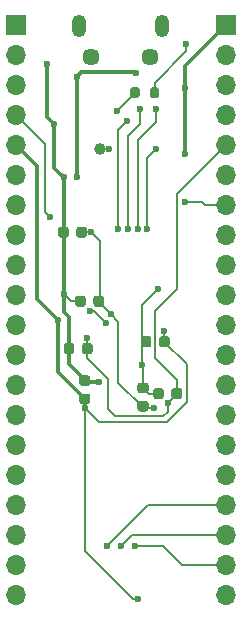
<source format=gbl>
%TF.GenerationSoftware,KiCad,Pcbnew,5.1.9*%
%TF.CreationDate,2021-02-13T19:17:24+03:00*%
%TF.ProjectId,gw1ns2c-board,6777316e-7332-4632-9d62-6f6172642e6b,rev?*%
%TF.SameCoordinates,Original*%
%TF.FileFunction,Copper,L2,Bot*%
%TF.FilePolarity,Positive*%
%FSLAX46Y46*%
G04 Gerber Fmt 4.6, Leading zero omitted, Abs format (unit mm)*
G04 Created by KiCad (PCBNEW 5.1.9) date 2021-02-13 19:17:24*
%MOMM*%
%LPD*%
G01*
G04 APERTURE LIST*
%TA.AperFunction,SMDPad,CuDef*%
%ADD10C,1.000000*%
%TD*%
%TA.AperFunction,ComponentPad*%
%ADD11O,1.700000X1.700000*%
%TD*%
%TA.AperFunction,ComponentPad*%
%ADD12R,1.700000X1.700000*%
%TD*%
%TA.AperFunction,ComponentPad*%
%ADD13O,1.200000X1.900000*%
%TD*%
%TA.AperFunction,ComponentPad*%
%ADD14C,1.450000*%
%TD*%
%TA.AperFunction,ViaPad*%
%ADD15C,0.600000*%
%TD*%
%TA.AperFunction,Conductor*%
%ADD16C,0.300000*%
%TD*%
%TA.AperFunction,Conductor*%
%ADD17C,0.200000*%
%TD*%
G04 APERTURE END LIST*
%TO.P,R13,2*%
%TO.N,Net-(D3-Pad2)*%
%TA.AperFunction,SMDPad,CuDef*%
G36*
G01*
X36747000Y-31390000D02*
X36747000Y-30840000D01*
G75*
G02*
X36947000Y-30640000I200000J0D01*
G01*
X37347000Y-30640000D01*
G75*
G02*
X37547000Y-30840000I0J-200000D01*
G01*
X37547000Y-31390000D01*
G75*
G02*
X37347000Y-31590000I-200000J0D01*
G01*
X36947000Y-31590000D01*
G75*
G02*
X36747000Y-31390000I0J200000D01*
G01*
G37*
%TD.AperFunction*%
%TO.P,R13,1*%
%TO.N,+3V3*%
%TA.AperFunction,SMDPad,CuDef*%
G36*
G01*
X35097000Y-31390000D02*
X35097000Y-30840000D01*
G75*
G02*
X35297000Y-30640000I200000J0D01*
G01*
X35697000Y-30640000D01*
G75*
G02*
X35897000Y-30840000I0J-200000D01*
G01*
X35897000Y-31390000D01*
G75*
G02*
X35697000Y-31590000I-200000J0D01*
G01*
X35297000Y-31590000D01*
G75*
G02*
X35097000Y-31390000I0J200000D01*
G01*
G37*
%TD.AperFunction*%
%TD*%
%TO.P,C12,2*%
%TO.N,GND*%
%TA.AperFunction,SMDPad,CuDef*%
G36*
G01*
X31492000Y-55936000D02*
X30992000Y-55936000D01*
G75*
G02*
X30767000Y-55711000I0J225000D01*
G01*
X30767000Y-55261000D01*
G75*
G02*
X30992000Y-55036000I225000J0D01*
G01*
X31492000Y-55036000D01*
G75*
G02*
X31717000Y-55261000I0J-225000D01*
G01*
X31717000Y-55711000D01*
G75*
G02*
X31492000Y-55936000I-225000J0D01*
G01*
G37*
%TD.AperFunction*%
%TO.P,C12,1*%
%TO.N,+3V3*%
%TA.AperFunction,SMDPad,CuDef*%
G36*
G01*
X31492000Y-57486000D02*
X30992000Y-57486000D01*
G75*
G02*
X30767000Y-57261000I0J225000D01*
G01*
X30767000Y-56811000D01*
G75*
G02*
X30992000Y-56586000I225000J0D01*
G01*
X31492000Y-56586000D01*
G75*
G02*
X31717000Y-56811000I0J-225000D01*
G01*
X31717000Y-57261000D01*
G75*
G02*
X31492000Y-57486000I-225000J0D01*
G01*
G37*
%TD.AperFunction*%
%TD*%
%TO.P,C11,2*%
%TO.N,GND*%
%TA.AperFunction,SMDPad,CuDef*%
G36*
G01*
X36886000Y-51947000D02*
X36886000Y-52447000D01*
G75*
G02*
X36661000Y-52672000I-225000J0D01*
G01*
X36211000Y-52672000D01*
G75*
G02*
X35986000Y-52447000I0J225000D01*
G01*
X35986000Y-51947000D01*
G75*
G02*
X36211000Y-51722000I225000J0D01*
G01*
X36661000Y-51722000D01*
G75*
G02*
X36886000Y-51947000I0J-225000D01*
G01*
G37*
%TD.AperFunction*%
%TO.P,C11,1*%
%TO.N,+3V3*%
%TA.AperFunction,SMDPad,CuDef*%
G36*
G01*
X38436000Y-51947000D02*
X38436000Y-52447000D01*
G75*
G02*
X38211000Y-52672000I-225000J0D01*
G01*
X37761000Y-52672000D01*
G75*
G02*
X37536000Y-52447000I0J225000D01*
G01*
X37536000Y-51947000D01*
G75*
G02*
X37761000Y-51722000I225000J0D01*
G01*
X38211000Y-51722000D01*
G75*
G02*
X38436000Y-51947000I0J-225000D01*
G01*
G37*
%TD.AperFunction*%
%TD*%
D10*
%TO.P,TP1,1*%
%TO.N,/RST*%
X32512000Y-35864800D03*
%TD*%
D11*
%TO.P,J3,20*%
%TO.N,/IO31*%
X43180000Y-73660000D03*
%TO.P,J3,19*%
%TO.N,/IO32*%
X43180000Y-71120000D03*
%TO.P,J3,18*%
%TO.N,/IO33*%
X43180000Y-68580000D03*
%TO.P,J3,17*%
%TO.N,/IO34*%
X43180000Y-66040000D03*
%TO.P,J3,16*%
%TO.N,/IO35*%
X43180000Y-63500000D03*
%TO.P,J3,15*%
%TO.N,/IO38*%
X43180000Y-60960000D03*
%TO.P,J3,14*%
%TO.N,/IO39*%
X43180000Y-58420000D03*
%TO.P,J3,13*%
%TO.N,/IO40*%
X43180000Y-55880000D03*
%TO.P,J3,12*%
%TO.N,/IO41*%
X43180000Y-53340000D03*
%TO.P,J3,11*%
%TO.N,/IO42*%
X43180000Y-50800000D03*
%TO.P,J3,10*%
%TO.N,/IO43*%
X43180000Y-48260000D03*
%TO.P,J3,9*%
%TO.N,/IO44*%
X43180000Y-45720000D03*
%TO.P,J3,8*%
%TO.N,/IO45*%
X43180000Y-43180000D03*
%TO.P,J3,7*%
%TO.N,/IO46*%
X43180000Y-40640000D03*
%TO.P,J3,6*%
%TO.N,/IO47*%
X43180000Y-38100000D03*
%TO.P,J3,5*%
%TO.N,+1V2*%
X43180000Y-35560000D03*
%TO.P,J3,4*%
%TO.N,Net-(J3-Pad4)*%
X43180000Y-33020000D03*
%TO.P,J3,3*%
%TO.N,Net-(J3-Pad3)*%
X43180000Y-30480000D03*
%TO.P,J3,2*%
%TO.N,VBUS*%
X43180000Y-27940000D03*
D12*
%TO.P,J3,1*%
%TO.N,GND*%
X43180000Y-25400000D03*
%TD*%
D11*
%TO.P,J2,20*%
%TO.N,/IO30*%
X25400000Y-73660000D03*
%TO.P,J2,19*%
%TO.N,/IO29*%
X25400000Y-71120000D03*
%TO.P,J2,18*%
%TO.N,/IO28*%
X25400000Y-68580000D03*
%TO.P,J2,17*%
%TO.N,/IO27*%
X25400000Y-66040000D03*
%TO.P,J2,16*%
%TO.N,/IO24*%
X25400000Y-63500000D03*
%TO.P,J2,15*%
%TO.N,/IO23*%
X25400000Y-60960000D03*
%TO.P,J2,14*%
%TO.N,/IO22*%
X25400000Y-58420000D03*
%TO.P,J2,13*%
%TO.N,/IO21*%
X25400000Y-55880000D03*
%TO.P,J2,12*%
%TO.N,/IO20*%
X25400000Y-53340000D03*
%TO.P,J2,11*%
%TO.N,/IO19*%
X25400000Y-50800000D03*
%TO.P,J2,10*%
%TO.N,/IO18*%
X25400000Y-48260000D03*
%TO.P,J2,9*%
%TO.N,/IO17*%
X25400000Y-45720000D03*
%TO.P,J2,8*%
%TO.N,/IO16*%
X25400000Y-43180000D03*
%TO.P,J2,7*%
%TO.N,/IO15*%
X25400000Y-40640000D03*
%TO.P,J2,6*%
%TO.N,/IO14*%
X25400000Y-38100000D03*
%TO.P,J2,5*%
%TO.N,+3V3*%
X25400000Y-35560000D03*
%TO.P,J2,4*%
%TO.N,+1V8*%
X25400000Y-33020000D03*
%TO.P,J2,3*%
%TO.N,Net-(J2-Pad3)*%
X25400000Y-30480000D03*
%TO.P,J2,2*%
%TO.N,Net-(J2-Pad2)*%
X25400000Y-27940000D03*
D12*
%TO.P,J2,1*%
%TO.N,GND*%
X25400000Y-25400000D03*
%TD*%
D13*
%TO.P,J1,6*%
%TO.N,GND*%
X30790000Y-25432500D03*
X37790000Y-25432500D03*
D14*
X31790000Y-28132500D03*
X36790000Y-28132500D03*
%TD*%
%TO.P,C7,2*%
%TO.N,GND*%
%TA.AperFunction,SMDPad,CuDef*%
G36*
G01*
X29875600Y-42676000D02*
X29875600Y-43176000D01*
G75*
G02*
X29650600Y-43401000I-225000J0D01*
G01*
X29200600Y-43401000D01*
G75*
G02*
X28975600Y-43176000I0J225000D01*
G01*
X28975600Y-42676000D01*
G75*
G02*
X29200600Y-42451000I225000J0D01*
G01*
X29650600Y-42451000D01*
G75*
G02*
X29875600Y-42676000I0J-225000D01*
G01*
G37*
%TD.AperFunction*%
%TO.P,C7,1*%
%TO.N,+1V8*%
%TA.AperFunction,SMDPad,CuDef*%
G36*
G01*
X31425600Y-42676000D02*
X31425600Y-43176000D01*
G75*
G02*
X31200600Y-43401000I-225000J0D01*
G01*
X30750600Y-43401000D01*
G75*
G02*
X30525600Y-43176000I0J225000D01*
G01*
X30525600Y-42676000D01*
G75*
G02*
X30750600Y-42451000I225000J0D01*
G01*
X31200600Y-42451000D01*
G75*
G02*
X31425600Y-42676000I0J-225000D01*
G01*
G37*
%TD.AperFunction*%
%TD*%
%TO.P,C4,2*%
%TO.N,GND*%
%TA.AperFunction,SMDPad,CuDef*%
G36*
G01*
X36419600Y-56571000D02*
X35919600Y-56571000D01*
G75*
G02*
X35694600Y-56346000I0J225000D01*
G01*
X35694600Y-55896000D01*
G75*
G02*
X35919600Y-55671000I225000J0D01*
G01*
X36419600Y-55671000D01*
G75*
G02*
X36644600Y-55896000I0J-225000D01*
G01*
X36644600Y-56346000D01*
G75*
G02*
X36419600Y-56571000I-225000J0D01*
G01*
G37*
%TD.AperFunction*%
%TO.P,C4,1*%
%TO.N,+1V8*%
%TA.AperFunction,SMDPad,CuDef*%
G36*
G01*
X36419600Y-58121000D02*
X35919600Y-58121000D01*
G75*
G02*
X35694600Y-57896000I0J225000D01*
G01*
X35694600Y-57446000D01*
G75*
G02*
X35919600Y-57221000I225000J0D01*
G01*
X36419600Y-57221000D01*
G75*
G02*
X36644600Y-57446000I0J-225000D01*
G01*
X36644600Y-57896000D01*
G75*
G02*
X36419600Y-58121000I-225000J0D01*
G01*
G37*
%TD.AperFunction*%
%TD*%
%TO.P,C3,2*%
%TO.N,GND*%
%TA.AperFunction,SMDPad,CuDef*%
G36*
G01*
X31323400Y-48518000D02*
X31323400Y-49018000D01*
G75*
G02*
X31098400Y-49243000I-225000J0D01*
G01*
X30648400Y-49243000D01*
G75*
G02*
X30423400Y-49018000I0J225000D01*
G01*
X30423400Y-48518000D01*
G75*
G02*
X30648400Y-48293000I225000J0D01*
G01*
X31098400Y-48293000D01*
G75*
G02*
X31323400Y-48518000I0J-225000D01*
G01*
G37*
%TD.AperFunction*%
%TO.P,C3,1*%
%TO.N,+1V8*%
%TA.AperFunction,SMDPad,CuDef*%
G36*
G01*
X32873400Y-48518000D02*
X32873400Y-49018000D01*
G75*
G02*
X32648400Y-49243000I-225000J0D01*
G01*
X32198400Y-49243000D01*
G75*
G02*
X31973400Y-49018000I0J225000D01*
G01*
X31973400Y-48518000D01*
G75*
G02*
X32198400Y-48293000I225000J0D01*
G01*
X32648400Y-48293000D01*
G75*
G02*
X32873400Y-48518000I0J-225000D01*
G01*
G37*
%TD.AperFunction*%
%TD*%
%TO.P,C2,2*%
%TO.N,GND*%
%TA.AperFunction,SMDPad,CuDef*%
G36*
G01*
X37927400Y-56341200D02*
X37927400Y-56841200D01*
G75*
G02*
X37702400Y-57066200I-225000J0D01*
G01*
X37252400Y-57066200D01*
G75*
G02*
X37027400Y-56841200I0J225000D01*
G01*
X37027400Y-56341200D01*
G75*
G02*
X37252400Y-56116200I225000J0D01*
G01*
X37702400Y-56116200D01*
G75*
G02*
X37927400Y-56341200I0J-225000D01*
G01*
G37*
%TD.AperFunction*%
%TO.P,C2,1*%
%TO.N,+1V2*%
%TA.AperFunction,SMDPad,CuDef*%
G36*
G01*
X39477400Y-56341200D02*
X39477400Y-56841200D01*
G75*
G02*
X39252400Y-57066200I-225000J0D01*
G01*
X38802400Y-57066200D01*
G75*
G02*
X38577400Y-56841200I0J225000D01*
G01*
X38577400Y-56341200D01*
G75*
G02*
X38802400Y-56116200I225000J0D01*
G01*
X39252400Y-56116200D01*
G75*
G02*
X39477400Y-56341200I0J-225000D01*
G01*
G37*
%TD.AperFunction*%
%TD*%
%TO.P,C1,2*%
%TO.N,GND*%
%TA.AperFunction,SMDPad,CuDef*%
G36*
G01*
X30358200Y-52531200D02*
X30358200Y-53031200D01*
G75*
G02*
X30133200Y-53256200I-225000J0D01*
G01*
X29683200Y-53256200D01*
G75*
G02*
X29458200Y-53031200I0J225000D01*
G01*
X29458200Y-52531200D01*
G75*
G02*
X29683200Y-52306200I225000J0D01*
G01*
X30133200Y-52306200D01*
G75*
G02*
X30358200Y-52531200I0J-225000D01*
G01*
G37*
%TD.AperFunction*%
%TO.P,C1,1*%
%TO.N,+1V2*%
%TA.AperFunction,SMDPad,CuDef*%
G36*
G01*
X31908200Y-52531200D02*
X31908200Y-53031200D01*
G75*
G02*
X31683200Y-53256200I-225000J0D01*
G01*
X31233200Y-53256200D01*
G75*
G02*
X31008200Y-53031200I0J225000D01*
G01*
X31008200Y-52531200D01*
G75*
G02*
X31233200Y-52306200I225000J0D01*
G01*
X31683200Y-52306200D01*
G75*
G02*
X31908200Y-52531200I0J-225000D01*
G01*
G37*
%TD.AperFunction*%
%TD*%
D15*
%TO.N,GND*%
X36118800Y-54152800D03*
X32461200Y-55575200D03*
X28054000Y-28715000D03*
X28638500Y-33782000D03*
X29464000Y-38290500D03*
X39751000Y-36309000D03*
X39751000Y-30734000D03*
X29464000Y-48158400D03*
X37439600Y-47777400D03*
%TO.N,+1V2*%
X38252400Y-57353200D03*
X31441600Y-51914000D03*
%TO.N,+1V8*%
X33477200Y-49885600D03*
X37084000Y-57810400D03*
X31805700Y-42946500D03*
X28295600Y-41630600D03*
%TO.N,VBUS*%
X35585400Y-29413200D03*
X30543500Y-29781500D03*
X30543500Y-38290500D03*
%TO.N,+3V3*%
X28956000Y-50355500D03*
X31242000Y-57810400D03*
X35763200Y-74015600D03*
X37973000Y-51308000D03*
X33972500Y-32639000D03*
%TO.N,/DONE*%
X33070800Y-50596800D03*
X31648400Y-49580800D03*
%TO.N,/JTMS*%
X37236400Y-35915600D03*
X36525200Y-42672000D03*
%TO.N,/JTDI*%
X35915600Y-32512000D03*
X34899600Y-42672000D03*
%TO.N,/JTCK*%
X37236400Y-32512000D03*
X35712400Y-42672000D03*
%TO.N,/JTDO*%
X34086800Y-42672000D03*
X34848800Y-33477200D03*
%TO.N,/IO33*%
X34290000Y-69532500D03*
%TO.N,/IO32*%
X35496500Y-69532500D03*
%TO.N,/IO34*%
X33083500Y-69532500D03*
%TO.N,/IO46*%
X39687500Y-40386000D03*
%TO.N,/RST*%
X33324800Y-35864800D03*
%TO.N,Net-(D3-Pad2)*%
X39814500Y-26987500D03*
%TD*%
D16*
%TO.N,GND*%
X32461200Y-55575200D02*
X31394400Y-55575200D01*
X29870400Y-50088800D02*
X29870400Y-54051200D01*
X29464000Y-49682400D02*
X29870400Y-50088800D01*
X36790000Y-28132500D02*
X36790000Y-28154000D01*
X28054000Y-28715000D02*
X28054000Y-33197500D01*
X28054000Y-33197500D02*
X28638500Y-33782000D01*
X28638500Y-33782000D02*
X28638500Y-37465000D01*
X28638500Y-37465000D02*
X29146500Y-37973000D01*
X29146500Y-37973000D02*
X29464000Y-38290500D01*
X39751000Y-28829000D02*
X43180000Y-25400000D01*
X39751000Y-30734000D02*
X39751000Y-28829000D01*
X39751000Y-36309000D02*
X39751000Y-30734000D01*
X31394400Y-55575200D02*
X31267400Y-55448200D01*
D17*
X31394400Y-55575200D02*
X30988000Y-55168800D01*
D16*
X30988000Y-55168800D02*
X29870400Y-54051200D01*
X31267400Y-55448200D02*
X30988000Y-55168800D01*
X29464000Y-48158400D02*
X29464000Y-49682400D01*
D17*
X30073600Y-48768000D02*
X29464000Y-48158400D01*
X30873400Y-48768000D02*
X30073600Y-48768000D01*
X36169600Y-54203600D02*
X36118800Y-54152800D01*
X36169600Y-56121000D02*
X36169600Y-54203600D01*
X36639800Y-56591200D02*
X36169600Y-56121000D01*
X37477400Y-56591200D02*
X36639800Y-56591200D01*
D16*
X29464000Y-42291000D02*
X29464000Y-48158400D01*
X29464000Y-38290500D02*
X29464000Y-42291000D01*
D17*
X37439600Y-47777400D02*
X36118800Y-49098200D01*
X36131500Y-52197000D02*
X36118800Y-52184300D01*
X36436000Y-52197000D02*
X36131500Y-52197000D01*
X36118800Y-52184300D02*
X36118800Y-54152800D01*
X36118800Y-49098200D02*
X36118800Y-52184300D01*
%TO.N,+1V2*%
X31441600Y-52764600D02*
X31458200Y-52781200D01*
X31441600Y-51914000D02*
X31441600Y-52764600D01*
X39014400Y-56591200D02*
X38252400Y-57353200D01*
X38252400Y-58166000D02*
X38252400Y-57353200D01*
X37896800Y-58521600D02*
X38252400Y-58166000D01*
X33223200Y-57912000D02*
X33832800Y-58521600D01*
X33832800Y-58521600D02*
X37896800Y-58521600D01*
X33223200Y-55372000D02*
X33223200Y-57912000D01*
X31458200Y-53607000D02*
X33223200Y-55372000D01*
X31458200Y-52781200D02*
X31458200Y-53607000D01*
X39014400Y-56578200D02*
X39027400Y-56591200D01*
X39014400Y-55422800D02*
X39014400Y-56578200D01*
X39014400Y-47777400D02*
X37211000Y-49580800D01*
X37211000Y-53619400D02*
X39014400Y-55422800D01*
X39014400Y-39725600D02*
X39014400Y-47777400D01*
X37211000Y-49580800D02*
X37211000Y-53619400D01*
X43180000Y-35560000D02*
X39014400Y-39725600D01*
%TO.N,+1V8*%
X32423400Y-48831800D02*
X33477200Y-49885600D01*
X32423400Y-48768000D02*
X32423400Y-48831800D01*
X30996100Y-42946500D02*
X30975600Y-42926000D01*
X31805700Y-42946500D02*
X30996100Y-42946500D01*
X32562800Y-48628600D02*
X32423400Y-48768000D01*
X32562800Y-43703600D02*
X32562800Y-48628600D01*
X31805700Y-42946500D02*
X32562800Y-43703600D01*
X37058600Y-57785000D02*
X37084000Y-57810400D01*
X36144500Y-57734500D02*
X36144500Y-57785000D01*
X34086800Y-55676800D02*
X36144500Y-57734500D01*
X34086800Y-50495200D02*
X34086800Y-55676800D01*
X36144500Y-57785000D02*
X37058600Y-57785000D01*
X33477200Y-49885600D02*
X34086800Y-50495200D01*
X27863800Y-41198800D02*
X27863800Y-35483800D01*
X27863800Y-35483800D02*
X25400000Y-33020000D01*
X28295600Y-41630600D02*
X27863800Y-41198800D01*
D16*
%TO.N,VBUS*%
X30924500Y-29400500D02*
X30543500Y-29781500D01*
X35572700Y-29400500D02*
X30924500Y-29400500D01*
X35585400Y-29413200D02*
X35572700Y-29400500D01*
X30543500Y-36068000D02*
X30543500Y-29781500D01*
X30543500Y-38290500D02*
X30543500Y-36068000D01*
%TO.N,+3V3*%
X27178000Y-48577500D02*
X27178000Y-37338000D01*
X28956000Y-50355500D02*
X27178000Y-48577500D01*
X27178000Y-37338000D02*
X25400000Y-35560000D01*
D17*
X31242000Y-57810400D02*
X31242000Y-69951600D01*
X35306000Y-74015600D02*
X35763200Y-74015600D01*
X31242000Y-69951600D02*
X35306000Y-74015600D01*
X32410400Y-58978800D02*
X31242000Y-57810400D01*
X38227000Y-58978800D02*
X32410400Y-58978800D01*
X39903400Y-57302400D02*
X38227000Y-58978800D01*
D16*
X28956000Y-54800500D02*
X28956000Y-50355500D01*
X31242000Y-57086500D02*
X28956000Y-54800500D01*
X31242000Y-57810400D02*
X31242000Y-57086500D01*
D17*
X37986000Y-52197000D02*
X39903400Y-54114400D01*
X39903400Y-54521100D02*
X39903400Y-57302400D01*
X39903400Y-54114400D02*
X39903400Y-54521100D01*
X37986000Y-51321000D02*
X37986000Y-52197000D01*
X37973000Y-51308000D02*
X37986000Y-51321000D01*
X33973000Y-32639000D02*
X35497000Y-31115000D01*
X33972500Y-32639000D02*
X33973000Y-32639000D01*
%TO.N,/DONE*%
X32054800Y-49580800D02*
X31648400Y-49580800D01*
X33070800Y-50596800D02*
X32054800Y-49580800D01*
%TO.N,/JTMS*%
X36525200Y-36626800D02*
X37236400Y-35915600D01*
X36525200Y-42672000D02*
X36525200Y-36626800D01*
%TO.N,/JTDI*%
X35915600Y-33731200D02*
X35915600Y-32512000D01*
X34899600Y-34747200D02*
X35915600Y-33731200D01*
X34899600Y-42672000D02*
X34899600Y-34747200D01*
%TO.N,/JTCK*%
X35712400Y-42672000D02*
X35712400Y-35102800D01*
X37236400Y-33578800D02*
X37236400Y-32512000D01*
X35712400Y-35102800D02*
X37236400Y-33578800D01*
%TO.N,/JTDO*%
X34086800Y-34239200D02*
X34086800Y-42672000D01*
X34848800Y-33477200D02*
X34086800Y-34239200D01*
%TO.N,/IO33*%
X35242500Y-68580000D02*
X43180000Y-68580000D01*
X34290000Y-69532500D02*
X35242500Y-68580000D01*
%TO.N,/IO32*%
X35496500Y-69532500D02*
X37846000Y-69532500D01*
X39433500Y-71120000D02*
X43180000Y-71120000D01*
X37846000Y-69532500D02*
X39433500Y-71120000D01*
%TO.N,/IO34*%
X36576000Y-66040000D02*
X43180000Y-66040000D01*
X33083500Y-69532500D02*
X36576000Y-66040000D01*
%TO.N,/IO46*%
X39687500Y-40386000D02*
X41148000Y-40386000D01*
X41402000Y-40640000D02*
X43180000Y-40640000D01*
X41148000Y-40386000D02*
X41402000Y-40640000D01*
%TO.N,/RST*%
X33324800Y-35864800D02*
X32512000Y-35864800D01*
%TO.N,Net-(D3-Pad2)*%
X39814500Y-26987500D02*
X39814500Y-27622500D01*
X37147000Y-30290000D02*
X37147000Y-31115000D01*
X39814500Y-27622500D02*
X37147000Y-30290000D01*
%TD*%
M02*

</source>
